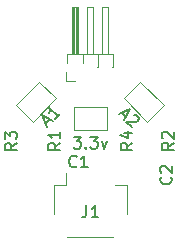
<source format=gbr>
G04 #@! TF.GenerationSoftware,KiCad,Pcbnew,(5.1.5-0-10_14)*
G04 #@! TF.CreationDate,2020-09-21T02:14:23+02:00*
G04 #@! TF.ProjectId,Encoder,456e636f-6465-4722-9e6b-696361645f70,rev?*
G04 #@! TF.SameCoordinates,Original*
G04 #@! TF.FileFunction,Legend,Top*
G04 #@! TF.FilePolarity,Positive*
%FSLAX46Y46*%
G04 Gerber Fmt 4.6, Leading zero omitted, Abs format (unit mm)*
G04 Created by KiCad (PCBNEW (5.1.5-0-10_14)) date 2020-09-21 02:14:23*
%MOMM*%
%LPD*%
G04 APERTURE LIST*
%ADD10C,0.120000*%
%ADD11C,0.150000*%
G04 APERTURE END LIST*
D10*
X115128000Y-86972000D02*
X115128000Y-86212000D01*
X115888000Y-86972000D02*
X115128000Y-86972000D01*
X118688000Y-80652000D02*
X118688000Y-84652000D01*
X118168000Y-80652000D02*
X118688000Y-80652000D01*
X118168000Y-84652000D02*
X118168000Y-80652000D01*
X117777677Y-85772000D02*
X117808323Y-85772000D01*
X117793000Y-85772000D02*
X117793000Y-84652000D01*
X117418000Y-80652000D02*
X117418000Y-84652000D01*
X116898000Y-80652000D02*
X117418000Y-80652000D01*
X116898000Y-84652000D02*
X116898000Y-80652000D01*
X116523000Y-85452000D02*
X116523000Y-84652000D01*
X116048000Y-84652000D02*
X116048000Y-80652000D01*
X115928000Y-84652000D02*
X115928000Y-80652000D01*
X115808000Y-84652000D02*
X115808000Y-80652000D01*
X115688000Y-84652000D02*
X115688000Y-80652000D01*
X116148000Y-80652000D02*
X116148000Y-84652000D01*
X115628000Y-80652000D02*
X116148000Y-80652000D01*
X115628000Y-84652000D02*
X115628000Y-80652000D01*
X119123000Y-85772000D02*
X119047677Y-85772000D01*
X119123000Y-84652000D02*
X119123000Y-85772000D01*
X115193000Y-84652000D02*
X119123000Y-84652000D01*
X115193000Y-85452000D02*
X115193000Y-84652000D01*
X115248000Y-100197000D02*
X119128000Y-100197000D01*
X120298000Y-95727000D02*
X119248000Y-95727000D01*
X120298000Y-98227000D02*
X120298000Y-95727000D01*
X115128000Y-95727000D02*
X115128000Y-94737000D01*
X114078000Y-95727000D02*
X115128000Y-95727000D01*
X114078000Y-98227000D02*
X114078000Y-95727000D01*
X121405157Y-87014944D02*
X123385056Y-88994843D01*
X123385056Y-88994843D02*
X121970843Y-90409056D01*
X121970843Y-90409056D02*
X119990944Y-88429157D01*
X119990944Y-88429157D02*
X121405157Y-87014944D01*
X110890944Y-88994843D02*
X112870843Y-87014944D01*
X112870843Y-87014944D02*
X114285056Y-88429157D01*
X114285056Y-88429157D02*
X112305157Y-90409056D01*
X112305157Y-90409056D02*
X110890944Y-88994843D01*
X115788000Y-89112000D02*
X118588000Y-89112000D01*
X118588000Y-89112000D02*
X118588000Y-91112000D01*
X118588000Y-91112000D02*
X115788000Y-91112000D01*
X115788000Y-91112000D02*
X115788000Y-89112000D01*
D11*
X116854666Y-97472380D02*
X116854666Y-98186666D01*
X116807047Y-98329523D01*
X116711809Y-98424761D01*
X116568952Y-98472380D01*
X116473714Y-98472380D01*
X117854666Y-98472380D02*
X117283238Y-98472380D01*
X117568952Y-98472380D02*
X117568952Y-97472380D01*
X117473714Y-97615238D01*
X117378476Y-97710476D01*
X117283238Y-97758095D01*
X120740380Y-92178666D02*
X120264190Y-92512000D01*
X120740380Y-92750095D02*
X119740380Y-92750095D01*
X119740380Y-92369142D01*
X119788000Y-92273904D01*
X119835619Y-92226285D01*
X119930857Y-92178666D01*
X120073714Y-92178666D01*
X120168952Y-92226285D01*
X120216571Y-92273904D01*
X120264190Y-92369142D01*
X120264190Y-92750095D01*
X120073714Y-91321523D02*
X120740380Y-91321523D01*
X119692761Y-91559619D02*
X120407047Y-91797714D01*
X120407047Y-91178666D01*
X110970380Y-92193666D02*
X110494190Y-92527000D01*
X110970380Y-92765095D02*
X109970380Y-92765095D01*
X109970380Y-92384142D01*
X110018000Y-92288904D01*
X110065619Y-92241285D01*
X110160857Y-92193666D01*
X110303714Y-92193666D01*
X110398952Y-92241285D01*
X110446571Y-92288904D01*
X110494190Y-92384142D01*
X110494190Y-92765095D01*
X109970380Y-91860333D02*
X109970380Y-91241285D01*
X110351333Y-91574619D01*
X110351333Y-91431761D01*
X110398952Y-91336523D01*
X110446571Y-91288904D01*
X110541809Y-91241285D01*
X110779904Y-91241285D01*
X110875142Y-91288904D01*
X110922761Y-91336523D01*
X110970380Y-91431761D01*
X110970380Y-91717476D01*
X110922761Y-91812714D01*
X110875142Y-91860333D01*
X124240380Y-92178666D02*
X123764190Y-92512000D01*
X124240380Y-92750095D02*
X123240380Y-92750095D01*
X123240380Y-92369142D01*
X123288000Y-92273904D01*
X123335619Y-92226285D01*
X123430857Y-92178666D01*
X123573714Y-92178666D01*
X123668952Y-92226285D01*
X123716571Y-92273904D01*
X123764190Y-92369142D01*
X123764190Y-92750095D01*
X123335619Y-91797714D02*
X123288000Y-91750095D01*
X123240380Y-91654857D01*
X123240380Y-91416761D01*
X123288000Y-91321523D01*
X123335619Y-91273904D01*
X123430857Y-91226285D01*
X123526095Y-91226285D01*
X123668952Y-91273904D01*
X124240380Y-91845333D01*
X124240380Y-91226285D01*
X114640380Y-92178666D02*
X114164190Y-92512000D01*
X114640380Y-92750095D02*
X113640380Y-92750095D01*
X113640380Y-92369142D01*
X113688000Y-92273904D01*
X113735619Y-92226285D01*
X113830857Y-92178666D01*
X113973714Y-92178666D01*
X114068952Y-92226285D01*
X114116571Y-92273904D01*
X114164190Y-92369142D01*
X114164190Y-92750095D01*
X114640380Y-91226285D02*
X114640380Y-91797714D01*
X114640380Y-91512000D02*
X113640380Y-91512000D01*
X113783238Y-91607238D01*
X113878476Y-91702476D01*
X113926095Y-91797714D01*
X119865072Y-89624774D02*
X120201790Y-89961492D01*
X119595698Y-89759461D02*
X120538507Y-89288057D01*
X120067103Y-90230866D01*
X120908896Y-89793133D02*
X120976240Y-89793133D01*
X121077255Y-89826805D01*
X121245614Y-89995164D01*
X121279286Y-90096179D01*
X121279286Y-90163522D01*
X121245614Y-90264538D01*
X121178270Y-90331881D01*
X121043583Y-90399225D01*
X120235461Y-90399225D01*
X120673194Y-90836957D01*
X113400774Y-90534927D02*
X113737492Y-90198209D01*
X113535461Y-90804301D02*
X113064057Y-89861492D01*
X114006866Y-90332896D01*
X114612957Y-89726805D02*
X114208896Y-90130866D01*
X114410927Y-89928835D02*
X113703820Y-89221729D01*
X113737492Y-89390087D01*
X113737492Y-89524774D01*
X113703820Y-89625790D01*
X115759428Y-91664380D02*
X116378476Y-91664380D01*
X116045142Y-92045333D01*
X116188000Y-92045333D01*
X116283238Y-92092952D01*
X116330857Y-92140571D01*
X116378476Y-92235809D01*
X116378476Y-92473904D01*
X116330857Y-92569142D01*
X116283238Y-92616761D01*
X116188000Y-92664380D01*
X115902285Y-92664380D01*
X115807047Y-92616761D01*
X115759428Y-92569142D01*
X116807047Y-92569142D02*
X116854666Y-92616761D01*
X116807047Y-92664380D01*
X116759428Y-92616761D01*
X116807047Y-92569142D01*
X116807047Y-92664380D01*
X117188000Y-91664380D02*
X117807047Y-91664380D01*
X117473714Y-92045333D01*
X117616571Y-92045333D01*
X117711809Y-92092952D01*
X117759428Y-92140571D01*
X117807047Y-92235809D01*
X117807047Y-92473904D01*
X117759428Y-92569142D01*
X117711809Y-92616761D01*
X117616571Y-92664380D01*
X117330857Y-92664380D01*
X117235619Y-92616761D01*
X117188000Y-92569142D01*
X118140380Y-91997714D02*
X118378476Y-92664380D01*
X118616571Y-91997714D01*
X123988142Y-95078666D02*
X124035761Y-95126285D01*
X124083380Y-95269142D01*
X124083380Y-95364380D01*
X124035761Y-95507238D01*
X123940523Y-95602476D01*
X123845285Y-95650095D01*
X123654809Y-95697714D01*
X123511952Y-95697714D01*
X123321476Y-95650095D01*
X123226238Y-95602476D01*
X123131000Y-95507238D01*
X123083380Y-95364380D01*
X123083380Y-95269142D01*
X123131000Y-95126285D01*
X123178619Y-95078666D01*
X123178619Y-94697714D02*
X123131000Y-94650095D01*
X123083380Y-94554857D01*
X123083380Y-94316761D01*
X123131000Y-94221523D01*
X123178619Y-94173904D01*
X123273857Y-94126285D01*
X123369095Y-94126285D01*
X123511952Y-94173904D01*
X124083380Y-94745333D01*
X124083380Y-94126285D01*
X116021333Y-94169142D02*
X115973714Y-94216761D01*
X115830857Y-94264380D01*
X115735619Y-94264380D01*
X115592761Y-94216761D01*
X115497523Y-94121523D01*
X115449904Y-94026285D01*
X115402285Y-93835809D01*
X115402285Y-93692952D01*
X115449904Y-93502476D01*
X115497523Y-93407238D01*
X115592761Y-93312000D01*
X115735619Y-93264380D01*
X115830857Y-93264380D01*
X115973714Y-93312000D01*
X116021333Y-93359619D01*
X116973714Y-94264380D02*
X116402285Y-94264380D01*
X116688000Y-94264380D02*
X116688000Y-93264380D01*
X116592761Y-93407238D01*
X116497523Y-93502476D01*
X116402285Y-93550095D01*
M02*

</source>
